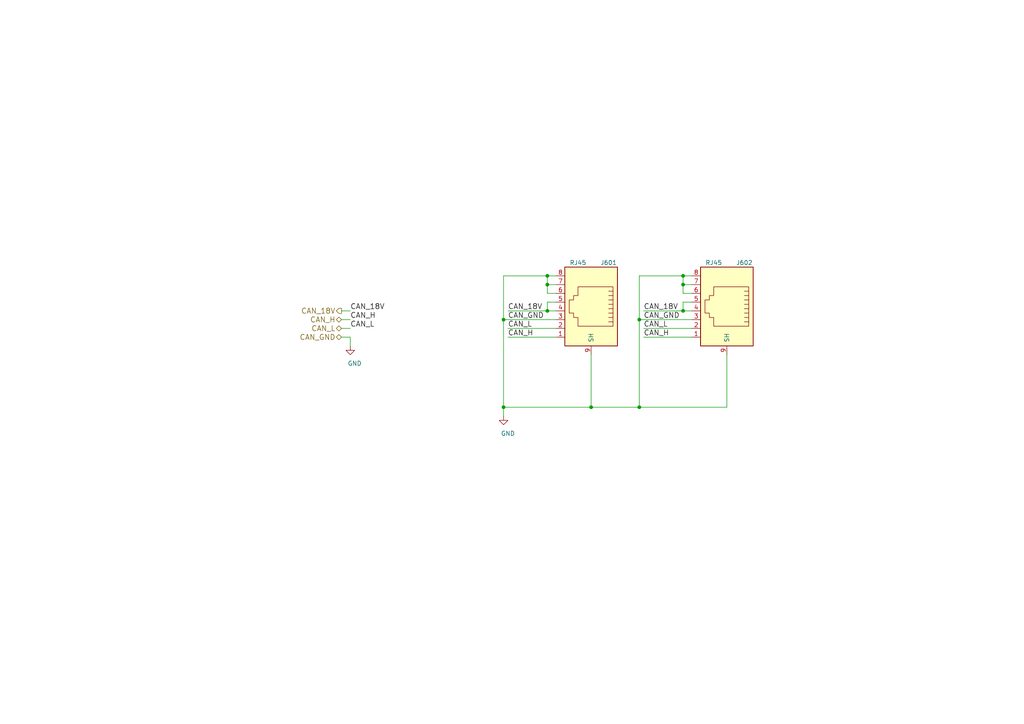
<source format=kicad_sch>
(kicad_sch (version 20211123) (generator eeschema)
  (paper "A4")
  (lib_symbols
    (symbol "Connector:RJ45_Shielded" (pin_names (offset 1.016))
      (property "Reference" "J602" (at -5.08 13.97 0))
      (property "Value" "RJ45" (at 3.81 13.97 0))
      (symbol "RJ45_Shielded_0_1"
        (polyline (pts (xy -5.08 4.445) (xy -6.35 4.445)))
        (polyline (pts (xy -5.08 5.715) (xy -6.35 5.715)))
        (polyline (pts (xy -6.35 -3.175) (xy -5.08 -3.175) (xy -5.08 -3.175)))
        (polyline (pts (xy -6.35 -1.905) (xy -5.08 -1.905) (xy -5.08 -1.905)))
        (polyline (pts (xy -6.35 -0.635) (xy -5.08 -0.635) (xy -5.08 -0.635)))
        (polyline (pts (xy -6.35 0.635) (xy -5.08 0.635) (xy -5.08 0.635)))
        (polyline (pts (xy -6.35 1.905) (xy -5.08 1.905) (xy -5.08 1.905)))
        (polyline (pts (xy -5.08 3.175) (xy -6.35 3.175) (xy -6.35 3.175)))
        (polyline (pts (xy -6.35 -4.445) (xy -6.35 6.985) (xy 3.81 6.985) (xy 3.81 4.445) (xy 5.08 4.445) (xy 5.08 3.175) (xy 6.35 3.175) (xy 6.35 -0.635) (xy 5.08 -0.635) (xy 5.08 -1.905) (xy 3.81 -1.905) (xy 3.81 -4.445) (xy -6.35 -4.445) (xy -6.35 -4.445)))
        (rectangle (start 7.62 12.7) (end -7.62 -10.16) (stroke (width 0.254)) (fill (type background)))
      )
      (symbol "RJ45_Shielded_1_1"
        (pin passive line (at 10.16 -7.62 180) (length 2.54) (name "~") (number "1"))
        (pin passive line (at 10.16 -5.08 180) (length 2.54) (name "~") (number "2"))
        (pin passive line (at 10.16 -2.54 180) (length 2.54) (name "~") (number "3"))
        (pin passive line (at 10.16 0 180) (length 2.54) (name "~") (number "4"))
        (pin passive line (at 10.16 2.54 180) (length 2.54) (name "~") (number "5"))
        (pin passive line (at 10.16 5.08 180) (length 2.54) (name "~") (number "6"))
        (pin passive line (at 10.16 7.62 180) (length 2.54) (name "~") (number "7"))
        (pin passive line (at 10.16 10.16 180) (length 2.54) (name "~") (number "8"))
        (pin passive line (at 0 -12.7 90) (length 2.54) (name "SH") (number "9"))
      )
    )
    (symbol "RJ45_Shielded_1" (pin_names (offset 1.016))
      (property "Reference" "J601" (at -5.08 13.97 0))
      (property "Value" "RJ45_Shielded_1" (at 3.81 13.97 0))
      (symbol "RJ45_Shielded_1_0_1"
        (polyline (pts (xy -5.08 4.445) (xy -6.35 4.445)))
        (polyline (pts (xy -5.08 5.715) (xy -6.35 5.715)))
        (polyline (pts (xy -6.35 -3.175) (xy -5.08 -3.175) (xy -5.08 -3.175)))
        (polyline (pts (xy -6.35 -1.905) (xy -5.08 -1.905) (xy -5.08 -1.905)))
        (polyline (pts (xy -6.35 -0.635) (xy -5.08 -0.635) (xy -5.08 -0.635)))
        (polyline (pts (xy -6.35 0.635) (xy -5.08 0.635) (xy -5.08 0.635)))
        (polyline (pts (xy -6.35 1.905) (xy -5.08 1.905) (xy -5.08 1.905)))
        (polyline (pts (xy -5.08 3.175) (xy -6.35 3.175) (xy -6.35 3.175)))
        (polyline (pts (xy -6.35 -4.445) (xy -6.35 6.985) (xy 3.81 6.985) (xy 3.81 4.445) (xy 5.08 4.445) (xy 5.08 3.175) (xy 6.35 3.175) (xy 6.35 -0.635) (xy 5.08 -0.635) (xy 5.08 -1.905) (xy 3.81 -1.905) (xy 3.81 -4.445) (xy -6.35 -4.445) (xy -6.35 -4.445)))
        (rectangle (start 7.62 12.7) (end -7.62 -10.16) (stroke (width 0.254)) (fill (type background)))
      )
      (symbol "RJ45_Shielded_1_1_1"
        (pin passive line (at 10.16 -7.62 180) (length 2.54) (name "~") (number "1"))
        (pin passive line (at 10.16 -5.08 180) (length 2.54) (name "~") (number "2"))
        (pin passive line (at 10.16 -2.54 180) (length 2.54) (name "~") (number "3"))
        (pin passive line (at 10.16 0 180) (length 2.54) (name "~") (number "4"))
        (pin passive line (at 10.16 2.54 180) (length 2.54) (name "~") (number "5"))
        (pin passive line (at 10.16 5.08 180) (length 2.54) (name "~") (number "6"))
        (pin passive line (at 10.16 7.62 180) (length 2.54) (name "~") (number "7"))
        (pin passive line (at 10.16 10.16 180) (length 2.54) (name "~") (number "8"))
        (pin passive line (at 0 -12.7 90) (length 2.54) (name "SH") (number "9"))
      )
    )
    (symbol "power:GND" (power) (pin_names (offset 0))
      (property "Value" "GND" (at 0 -3.81 0))
      (symbol "GND_0_1"
        (polyline (pts (xy 0 0) (xy 0 -1.27) (xy 1.27 -1.27) (xy 0 -2.54) (xy -1.27 -1.27) (xy 0 -1.27)))
      )
      (symbol "GND_1_1"
        (pin power_in line (at 0 0 270) (length 0) hide (name "GND") (number "1"))
      )
    )
  )
  (junction (at 146.05 118.11))
  (junction (at 146.05 92.71))
  (junction (at 185.42 92.71))
  (junction (at 158.75 90.17))
  (junction (at 198.12 80.01))
  (junction (at 171.45 118.11))
  (junction (at 198.12 82.55))
  (junction (at 185.42 118.11))
  (junction (at 158.75 80.01))
  (junction (at 158.75 82.55))
  (junction (at 198.12 90.17))
  (wire (pts (xy 161.29 87.63) (xy 158.75 87.63)))
  (wire (pts (xy 161.29 85.09) (xy 158.75 85.09)))
  (wire (pts (xy 146.05 80.01) (xy 146.05 92.71)))
  (wire (pts (xy 158.75 85.09) (xy 158.75 82.55)))
  (wire (pts (xy 198.12 85.09) (xy 198.12 82.55)))
  (wire (pts (xy 171.45 118.11) (xy 171.45 102.87)))
  (wire (pts (xy 147.32 95.25) (xy 161.29 95.25)))
  (wire (pts (xy 185.42 92.71) (xy 185.42 118.11)))
  (wire (pts (xy 186.69 95.25) (xy 200.66 95.25)))
  (wire (pts (xy 200.66 97.79) (xy 186.69 97.79)))
  (wire (pts (xy 146.05 92.71) (xy 161.29 92.71)))
  (wire (pts (xy 185.42 92.71) (xy 200.66 92.71)))
  (wire (pts (xy 146.05 118.11) (xy 146.05 120.65)))
  (wire (pts (xy 185.42 80.01) (xy 185.42 92.71)))
  (wire (pts (xy 146.05 118.11) (xy 171.45 118.11)))
  (wire (pts (xy 101.6 95.25) (xy 99.06 95.25)))
  (wire (pts (xy 200.66 85.09) (xy 198.12 85.09)))
  (wire (pts (xy 198.12 87.63) (xy 198.12 90.17)))
  (wire (pts (xy 146.05 92.71) (xy 146.05 118.11)))
  (wire (pts (xy 158.75 87.63) (xy 158.75 90.17)))
  (wire (pts (xy 200.66 80.01) (xy 198.12 80.01)))
  (wire (pts (xy 99.06 90.17) (xy 101.6 90.17)))
  (wire (pts (xy 161.29 80.01) (xy 158.75 80.01)))
  (wire (pts (xy 158.75 82.55) (xy 158.75 80.01)))
  (wire (pts (xy 99.06 92.71) (xy 101.6 92.71)))
  (wire (pts (xy 186.69 90.17) (xy 198.12 90.17)))
  (wire (pts (xy 161.29 97.79) (xy 147.32 97.79)))
  (wire (pts (xy 147.32 90.17) (xy 158.75 90.17)))
  (wire (pts (xy 198.12 82.55) (xy 198.12 80.01)))
  (wire (pts (xy 185.42 118.11) (xy 210.82 118.11)))
  (wire (pts (xy 161.29 82.55) (xy 158.75 82.55)))
  (wire (pts (xy 198.12 80.01) (xy 185.42 80.01)))
  (wire (pts (xy 158.75 80.01) (xy 146.05 80.01)))
  (wire (pts (xy 99.06 97.79) (xy 101.6 97.79)))
  (wire (pts (xy 158.75 90.17) (xy 161.29 90.17)))
  (wire (pts (xy 198.12 90.17) (xy 200.66 90.17)))
  (wire (pts (xy 200.66 87.63) (xy 198.12 87.63)))
  (wire (pts (xy 101.6 97.79) (xy 101.6 100.33)))
  (wire (pts (xy 171.45 118.11) (xy 185.42 118.11)))
  (wire (pts (xy 210.82 118.11) (xy 210.82 102.87)))
  (wire (pts (xy 200.66 82.55) (xy 198.12 82.55)))
  (label "CAN_18V" (at 186.69 90.17 0) (effects (font (size 1.524 1.524))))
  (label "CAN_H" (at 186.69 97.79 0) (effects (font (size 1.524 1.524))))
  (label "CAN_18V" (at 147.32 90.17 0) (effects (font (size 1.524 1.524))))
  (label "CAN_L" (at 147.32 95.25 0) (effects (font (size 1.524 1.524))))
  (label "CAN_GND" (at 186.69 92.71 0) (effects (font (size 1.524 1.524))))
  (label "CAN_H" (at 147.32 97.79 0) (effects (font (size 1.524 1.524))))
  (label "CAN_H" (at 101.6 92.71 0) (effects (font (size 1.524 1.524))))
  (label "CAN_L" (at 101.6 95.25 0) (effects (font (size 1.524 1.524))))
  (label "CAN_18V" (at 101.6 90.17 0) (effects (font (size 1.524 1.524))))
  (label "CAN_GND" (at 147.32 92.71 0) (effects (font (size 1.524 1.524))))
  (label "CAN_L" (at 186.69 95.25 0) (effects (font (size 1.524 1.524))))
  (hierarchical_label "CAN_GND" (shape bidirectional) (at 99.06 97.79 180) (effects (font (size 1.524 1.524))))
  (hierarchical_label "CAN_L" (shape bidirectional) (at 99.06 95.25 180) (effects (font (size 1.524 1.524))))
  (hierarchical_label "CAN_18V" (shape output) (at 99.06 90.17 180) (effects (font (size 1.524 1.524))))
  (hierarchical_label "CAN_H" (shape bidirectional) (at 99.06 92.71 180) (effects (font (size 1.524 1.524))))
  (symbol (lib_id "power:GND") (at 146.05 120.65 0) (unit 1)
    (property "Reference" "#PWR0402" (effects hide))
    (property "Value" "GND" (at 147.32 125.73 0))
  )
  (symbol (lib_id "Connector:RJ45_Shielded") (at 210.82 90.17 0) (mirror y) (unit 1)
    (property "Reference" "J602" (at 215.9 76.2 0))
    (property "Value" "RJ45" (at 207.01 76.2 0))
    (property "Footprint" "KicadZeniteSolarLibrary18:RJ45_YH59_01" (effects hide))
  )
  (symbol (lib_id "power:GND") (at 101.6 100.33 0) (unit 1)
    (property "Reference" "#PWR0401" (effects hide))
    (property "Value" "GND" (at 102.87 105.41 0))
  )
  (symbol (lib_name "RJ45_Shielded_1") (lib_id "Connector:RJ45_Shielded") (at 171.45 90.17 0) (mirror y) (unit 1)
    (property "Reference" "J601" (at 176.53 76.2 0))
    (property "Value" "RJ45" (at 167.64 76.2 0))
    (property "Footprint" "KicadZeniteSolarLibrary18:RJ45_YH59_01" (effects hide))
  )
)
</source>
